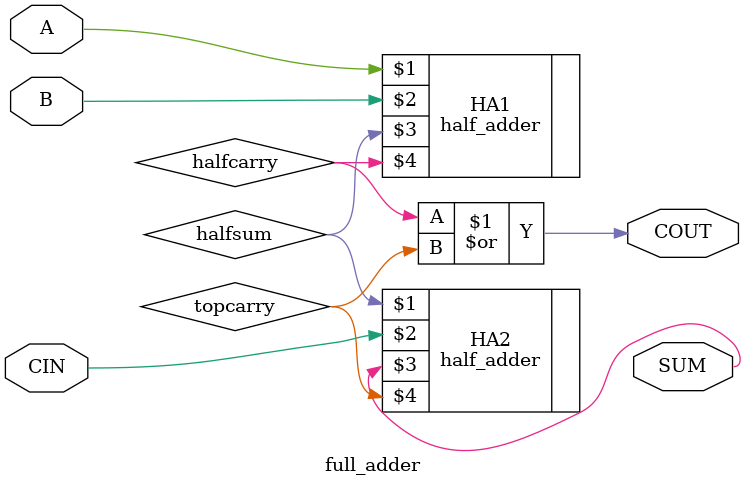
<source format=v>
`timescale 1ns / 1ps
module full_adder(
    input A,
    input B,
    input CIN,
    output SUM,
    output COUT
    );

wire halfsum, halfcarry, topcarry;

half_adder	HA1(A, 		 B,   halfsum, halfcarry),				// 2 instances of half adder
			HA2(halfsum, CIN, SUM,     topcarry);			// to make one full adder
						
assign COUT = halfcarry | topcarry;

endmodule

</source>
